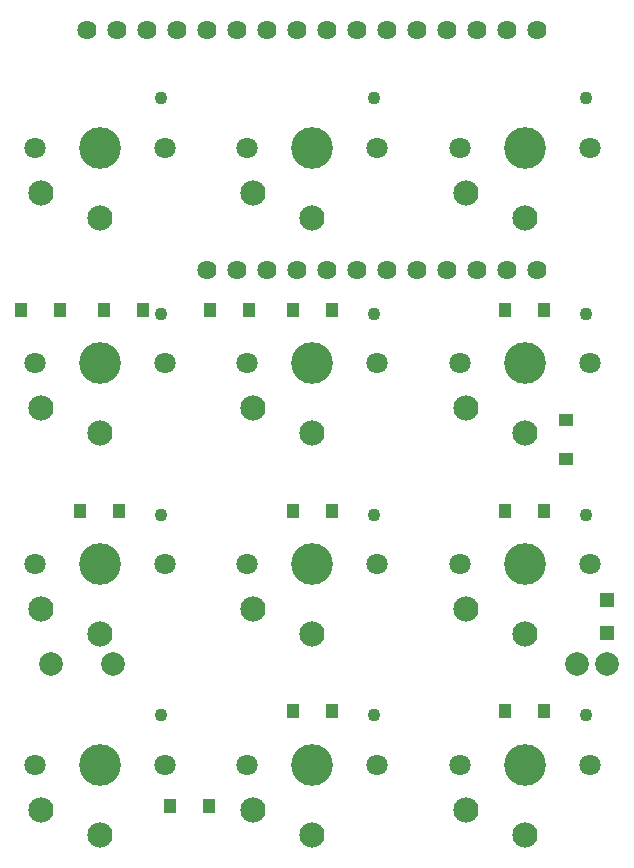
<source format=gbs>
G04 #@! TF.GenerationSoftware,KiCad,Pcbnew,(5.1.5-0-10_14)*
G04 #@! TF.CreationDate,2020-01-22T02:54:57-06:00*
G04 #@! TF.ProjectId,imacro,696d6163-726f-42e6-9b69-6361645f7063,rev?*
G04 #@! TF.SameCoordinates,Original*
G04 #@! TF.FileFunction,Soldermask,Bot*
G04 #@! TF.FilePolarity,Negative*
%FSLAX46Y46*%
G04 Gerber Fmt 4.6, Leading zero omitted, Abs format (unit mm)*
G04 Created by KiCad (PCBNEW (5.1.5-0-10_14)) date 2020-01-22 02:54:57*
%MOMM*%
%LPD*%
G04 APERTURE LIST*
%ADD10C,2.006600*%
%ADD11C,3.530600*%
%ADD12C,2.133600*%
%ADD13C,1.092200*%
%ADD14C,1.803400*%
%ADD15C,1.625600*%
%ADD16R,1.301600X1.001600*%
%ADD17R,1.001600X1.301600*%
%ADD18R,1.201600X1.201600*%
G04 APERTURE END LIST*
D10*
X82150000Y-108000000D03*
X76850000Y-108000000D03*
D11*
X81000000Y-64293750D03*
D12*
X76000000Y-68093750D03*
X81000000Y-70193750D03*
D13*
X86220000Y-60093750D03*
D14*
X86500000Y-64293750D03*
X75500000Y-64293750D03*
D11*
X99000000Y-82550000D03*
D12*
X94000000Y-86350000D03*
X99000000Y-88450000D03*
D13*
X104220000Y-78350000D03*
D14*
X104500000Y-82550000D03*
X93500000Y-82550000D03*
X75500000Y-82550000D03*
X86500000Y-82550000D03*
D13*
X86220000Y-78350000D03*
D12*
X81000000Y-88450000D03*
X76000000Y-86350000D03*
D11*
X81000000Y-82550000D03*
D14*
X75500000Y-116550000D03*
X86500000Y-116550000D03*
D13*
X86220000Y-112350000D03*
D12*
X81000000Y-122450000D03*
X76000000Y-120350000D03*
D11*
X81000000Y-116550000D03*
D14*
X93500000Y-116550000D03*
X104500000Y-116550000D03*
D13*
X104220000Y-112350000D03*
D12*
X99000000Y-122450000D03*
X94000000Y-120350000D03*
D11*
X99000000Y-116550000D03*
D14*
X111500000Y-116550000D03*
X122500000Y-116550000D03*
D13*
X122220000Y-112350000D03*
D12*
X117000000Y-122450000D03*
X112000000Y-120350000D03*
D11*
X117000000Y-116550000D03*
D14*
X75500000Y-99550000D03*
X86500000Y-99550000D03*
D13*
X86220000Y-95350000D03*
D12*
X81000000Y-105450000D03*
X76000000Y-103350000D03*
D11*
X81000000Y-99550000D03*
D14*
X93500000Y-99550000D03*
X104500000Y-99550000D03*
D13*
X104220000Y-95350000D03*
D12*
X99000000Y-105450000D03*
X94000000Y-103350000D03*
D11*
X99000000Y-99550000D03*
D14*
X111500000Y-99550000D03*
X122500000Y-99550000D03*
D13*
X122220000Y-95350000D03*
D12*
X117000000Y-105450000D03*
X112000000Y-103350000D03*
D11*
X117000000Y-99550000D03*
X117000000Y-82550000D03*
D12*
X112000000Y-86350000D03*
X117000000Y-88450000D03*
D13*
X122220000Y-78350000D03*
D14*
X122500000Y-82550000D03*
X111500000Y-82550000D03*
D11*
X99000000Y-64293750D03*
D12*
X94000000Y-68093750D03*
X99000000Y-70193750D03*
D13*
X104220000Y-60093750D03*
D14*
X104500000Y-64293750D03*
X93500000Y-64293750D03*
D11*
X117000000Y-64293750D03*
D12*
X112000000Y-68093750D03*
X117000000Y-70193750D03*
D13*
X122220000Y-60093750D03*
D14*
X122500000Y-64293750D03*
X111500000Y-64293750D03*
D15*
X90110000Y-74660000D03*
X92650000Y-74660000D03*
X95190000Y-74660000D03*
X97730000Y-74660000D03*
X100270000Y-74660000D03*
X102810000Y-74660000D03*
X105350000Y-74660000D03*
X107890000Y-74660000D03*
X110430000Y-74660000D03*
X112970000Y-74660000D03*
X115510000Y-74660000D03*
X118050000Y-74660000D03*
X118050000Y-54340000D03*
X115510000Y-54340000D03*
X112970000Y-54340000D03*
X110430000Y-54340000D03*
X107890000Y-54340000D03*
X105350000Y-54340000D03*
X102810000Y-54340000D03*
X100270000Y-54340000D03*
X97730000Y-54340000D03*
X95190000Y-54340000D03*
X92650000Y-54340000D03*
X90110000Y-54340000D03*
X87570000Y-54340000D03*
X85030000Y-54340000D03*
X82490000Y-54340000D03*
X79950000Y-54340000D03*
D16*
X120500000Y-87350000D03*
X120500000Y-90650000D03*
D17*
X90350000Y-78000000D03*
X93650000Y-78000000D03*
X81350000Y-78000000D03*
X84650000Y-78000000D03*
X115350000Y-78000000D03*
X118650000Y-78000000D03*
X97350000Y-78000000D03*
X100650000Y-78000000D03*
X74350000Y-78000000D03*
X77650000Y-78000000D03*
X118650000Y-95000000D03*
X115350000Y-95000000D03*
X100650000Y-95000000D03*
X97350000Y-95000000D03*
X82650000Y-95000000D03*
X79350000Y-95000000D03*
D18*
X124000000Y-102600000D03*
X124000000Y-105400000D03*
D17*
X118650000Y-112000000D03*
X115350000Y-112000000D03*
X100650000Y-112000000D03*
X97350000Y-112000000D03*
X90250000Y-120000000D03*
X86950000Y-120000000D03*
D10*
X124000000Y-108000000D03*
X121460000Y-108000000D03*
M02*

</source>
